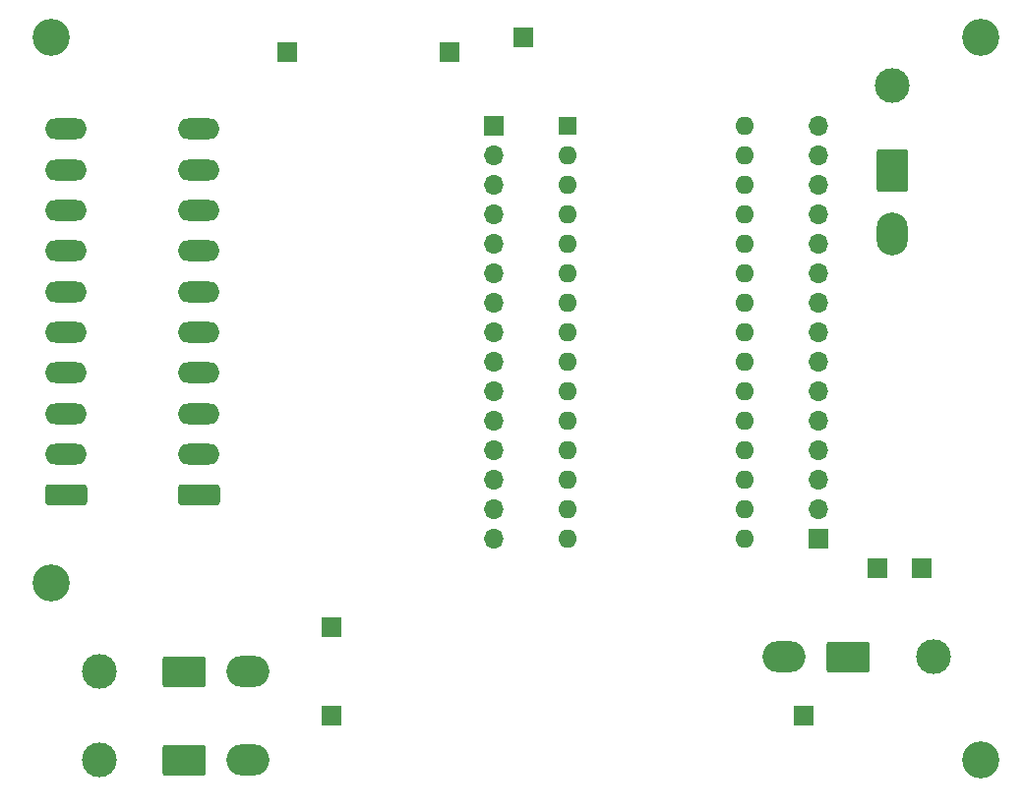
<source format=gbs>
G04 #@! TF.GenerationSoftware,KiCad,Pcbnew,(5.1.10)-1*
G04 #@! TF.CreationDate,2021-12-04T11:06:55-08:00*
G04 #@! TF.ProjectId,fuelCellControl,6675656c-4365-46c6-9c43-6f6e74726f6c,rev?*
G04 #@! TF.SameCoordinates,Original*
G04 #@! TF.FileFunction,Soldermask,Bot*
G04 #@! TF.FilePolarity,Negative*
%FSLAX46Y46*%
G04 Gerber Fmt 4.6, Leading zero omitted, Abs format (unit mm)*
G04 Created by KiCad (PCBNEW (5.1.10)-1) date 2021-12-04 11:06:55*
%MOMM*%
%LPD*%
G01*
G04 APERTURE LIST*
%ADD10O,1.600000X1.600000*%
%ADD11R,1.600000X1.600000*%
%ADD12R,1.700000X1.700000*%
%ADD13C,3.200000*%
%ADD14O,3.600000X1.800000*%
%ADD15C,3.000000*%
%ADD16O,3.700000X2.700000*%
%ADD17O,1.700000X1.700000*%
%ADD18O,2.700000X3.700000*%
G04 APERTURE END LIST*
D10*
X130810000Y-109220000D03*
X115570000Y-109220000D03*
X130810000Y-73660000D03*
X115570000Y-106680000D03*
X130810000Y-76200000D03*
X115570000Y-104140000D03*
X130810000Y-78740000D03*
X115570000Y-101600000D03*
X130810000Y-81280000D03*
X115570000Y-99060000D03*
X130810000Y-83820000D03*
X115570000Y-96520000D03*
X130810000Y-86360000D03*
X115570000Y-93980000D03*
X130810000Y-88900000D03*
X115570000Y-91440000D03*
X130810000Y-91440000D03*
X115570000Y-88900000D03*
X130810000Y-93980000D03*
X115570000Y-86360000D03*
X130810000Y-96520000D03*
X115570000Y-83820000D03*
X130810000Y-99060000D03*
X115570000Y-81280000D03*
X130810000Y-101600000D03*
X115570000Y-78740000D03*
X130810000Y-104140000D03*
X115570000Y-76200000D03*
X130810000Y-106680000D03*
D11*
X115570000Y-73660000D03*
D12*
X105410000Y-67310000D03*
D13*
X71120000Y-113030000D03*
X151130000Y-128270000D03*
X151130000Y-66040000D03*
X71120000Y-66040000D03*
D12*
X91440000Y-67310000D03*
X135890000Y-124460000D03*
X111760000Y-66040000D03*
X142240000Y-111760000D03*
X95250000Y-116840000D03*
X146050000Y-111760000D03*
X95250000Y-124460000D03*
D14*
X72390000Y-73910000D03*
X72390000Y-77410000D03*
X72390000Y-80910000D03*
X72390000Y-84410000D03*
X72390000Y-87910000D03*
X72390000Y-91410000D03*
X72390000Y-94910000D03*
X72390000Y-98410000D03*
X72390000Y-101910000D03*
G36*
G01*
X73940000Y-106310000D02*
X70840000Y-106310000D01*
G75*
G02*
X70590000Y-106060000I0J250000D01*
G01*
X70590000Y-104760000D01*
G75*
G02*
X70840000Y-104510000I250000J0D01*
G01*
X73940000Y-104510000D01*
G75*
G02*
X74190000Y-104760000I0J-250000D01*
G01*
X74190000Y-106060000D01*
G75*
G02*
X73940000Y-106310000I-250000J0D01*
G01*
G37*
X83820000Y-73910000D03*
X83820000Y-77410000D03*
X83820000Y-80910000D03*
X83820000Y-84410000D03*
X83820000Y-87910000D03*
X83820000Y-91410000D03*
X83820000Y-94910000D03*
X83820000Y-98410000D03*
X83820000Y-101910000D03*
G36*
G01*
X85370000Y-106310000D02*
X82270000Y-106310000D01*
G75*
G02*
X82020000Y-106060000I0J250000D01*
G01*
X82020000Y-104760000D01*
G75*
G02*
X82270000Y-104510000I250000J0D01*
G01*
X85370000Y-104510000D01*
G75*
G02*
X85620000Y-104760000I0J-250000D01*
G01*
X85620000Y-106060000D01*
G75*
G02*
X85370000Y-106310000I-250000J0D01*
G01*
G37*
D15*
X147000000Y-119380000D03*
D16*
X134200000Y-119380000D03*
G36*
G01*
X138100001Y-118030000D02*
X141299999Y-118030000D01*
G75*
G02*
X141550000Y-118280001I0J-250001D01*
G01*
X141550000Y-120479999D01*
G75*
G02*
X141299999Y-120730000I-250001J0D01*
G01*
X138100001Y-120730000D01*
G75*
G02*
X137850000Y-120479999I0J250001D01*
G01*
X137850000Y-118280001D01*
G75*
G02*
X138100001Y-118030000I250001J0D01*
G01*
G37*
D17*
X137160000Y-73660000D03*
X137160000Y-76200000D03*
X137160000Y-78740000D03*
X137160000Y-81280000D03*
X137160000Y-83820000D03*
X137160000Y-86360000D03*
X137160000Y-88900000D03*
X137160000Y-91440000D03*
X137160000Y-93980000D03*
X137160000Y-96520000D03*
X137160000Y-99060000D03*
X137160000Y-101600000D03*
X137160000Y-104140000D03*
X137160000Y-106680000D03*
D12*
X137160000Y-109220000D03*
D15*
X75250000Y-120650000D03*
D16*
X88050000Y-120650000D03*
G36*
G01*
X84149999Y-122000000D02*
X80950001Y-122000000D01*
G75*
G02*
X80700000Y-121749999I0J250001D01*
G01*
X80700000Y-119550001D01*
G75*
G02*
X80950001Y-119300000I250001J0D01*
G01*
X84149999Y-119300000D01*
G75*
G02*
X84400000Y-119550001I0J-250001D01*
G01*
X84400000Y-121749999D01*
G75*
G02*
X84149999Y-122000000I-250001J0D01*
G01*
G37*
D15*
X75250000Y-128270000D03*
D16*
X88050000Y-128270000D03*
G36*
G01*
X84149999Y-129620000D02*
X80950001Y-129620000D01*
G75*
G02*
X80700000Y-129369999I0J250001D01*
G01*
X80700000Y-127170001D01*
G75*
G02*
X80950001Y-126920000I250001J0D01*
G01*
X84149999Y-126920000D01*
G75*
G02*
X84400000Y-127170001I0J-250001D01*
G01*
X84400000Y-129369999D01*
G75*
G02*
X84149999Y-129620000I-250001J0D01*
G01*
G37*
D17*
X109220000Y-109220000D03*
X109220000Y-106680000D03*
X109220000Y-104140000D03*
X109220000Y-101600000D03*
X109220000Y-99060000D03*
X109220000Y-96520000D03*
X109220000Y-93980000D03*
X109220000Y-91440000D03*
X109220000Y-88900000D03*
X109220000Y-86360000D03*
X109220000Y-83820000D03*
X109220000Y-81280000D03*
X109220000Y-78740000D03*
X109220000Y-76200000D03*
D12*
X109220000Y-73660000D03*
D15*
X143510000Y-70170000D03*
D18*
X143510000Y-82970000D03*
G36*
G01*
X142160000Y-79069999D02*
X142160000Y-75870001D01*
G75*
G02*
X142410001Y-75620000I250001J0D01*
G01*
X144609999Y-75620000D01*
G75*
G02*
X144860000Y-75870001I0J-250001D01*
G01*
X144860000Y-79069999D01*
G75*
G02*
X144609999Y-79320000I-250001J0D01*
G01*
X142410001Y-79320000D01*
G75*
G02*
X142160000Y-79069999I0J250001D01*
G01*
G37*
M02*

</source>
